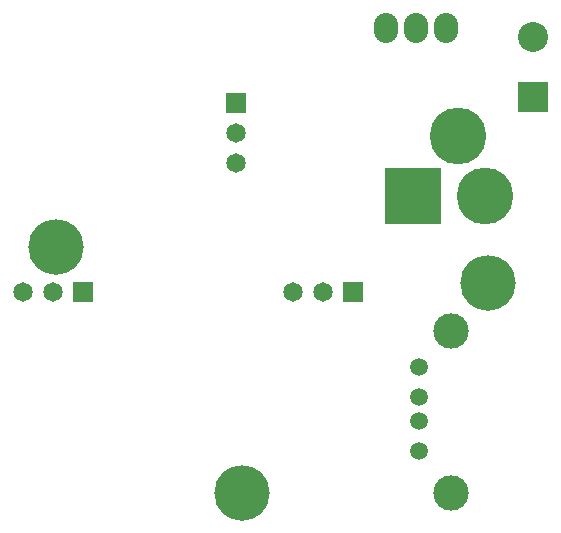
<source format=gbr>
G04 #@! TF.FileFunction,Soldermask,Bot*
%FSLAX46Y46*%
G04 Gerber Fmt 4.6, Leading zero omitted, Abs format (unit mm)*
G04 Created by KiCad (PCBNEW 4.0.2-stable) date 25/07/2016 02:37:25 p.m.*
%MOMM*%
G01*
G04 APERTURE LIST*
%ADD10C,0.100000*%
%ADD11C,4.800600*%
%ADD12R,4.800600X4.800600*%
%ADD13C,1.501140*%
%ADD14C,2.999740*%
%ADD15R,2.540000X2.540000*%
%ADD16C,2.540000*%
%ADD17O,2.032000X2.540000*%
%ADD18R,1.651000X1.651000*%
%ADD19C,1.651000*%
%ADD20C,4.700000*%
G04 APERTURE END LIST*
D10*
D11*
X159766000Y-92710000D03*
D12*
X153670000Y-92710000D03*
D11*
X157480000Y-87630000D03*
D13*
X154175880Y-107187140D03*
X154175880Y-109727140D03*
X154175880Y-111759140D03*
X154175880Y-114299140D03*
D14*
X156842880Y-104139140D03*
X156842880Y-117855140D03*
D15*
X163830000Y-84328000D03*
D16*
X163830000Y-79248000D03*
D17*
X153924000Y-78486000D03*
X151384000Y-78486000D03*
X156464000Y-78486000D03*
D18*
X138684000Y-84836000D03*
D19*
X138684000Y-87376000D03*
X138684000Y-89916000D03*
D18*
X125730000Y-100838000D03*
D19*
X123190000Y-100838000D03*
X120650000Y-100838000D03*
D18*
X148590000Y-100838000D03*
D19*
X146050000Y-100838000D03*
X143510000Y-100838000D03*
D20*
X123444000Y-97028000D03*
X139192000Y-117856000D03*
X160020000Y-100076000D03*
M02*

</source>
